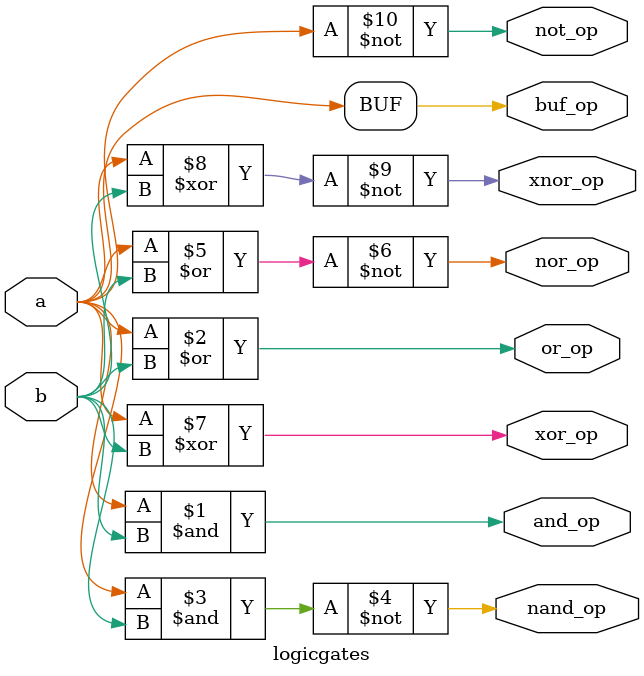
<source format=v>
`timescale 1ns / 1ps
module logicgates(a,b,and_op,or_op,nand_op,nor_op,not_op,xor_op,xnor_op,buf_op);
input a,b;
output and_op,or_op,nand_op,nor_op,not_op,xor_op,xnor_op,buf_op;
//gatelevel
buf g0(buf_op,a);
and g1(and_op,a,b);
or g2(or_op,a,b);
nand g3(nand_op,a,b);
nor g4(nor_op,a,b);
not g5(not_op,a);
xor g6(xor_op,a,b);
xnor g7(xnor_op,a,b);
endmodule

</source>
